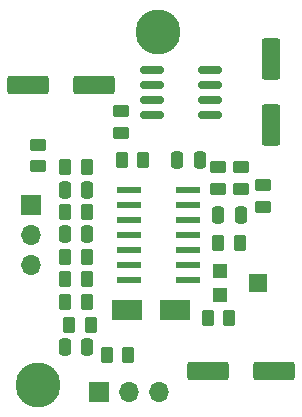
<source format=gbr>
%TF.GenerationSoftware,KiCad,Pcbnew,(6.0.7-1)-1*%
%TF.CreationDate,2023-04-05T16:12:30-04:00*%
%TF.ProjectId,Seth'sEMG,53657468-2773-4454-9d47-2e6b69636164,rev?*%
%TF.SameCoordinates,Original*%
%TF.FileFunction,Soldermask,Top*%
%TF.FilePolarity,Negative*%
%FSLAX46Y46*%
G04 Gerber Fmt 4.6, Leading zero omitted, Abs format (unit mm)*
G04 Created by KiCad (PCBNEW (6.0.7-1)-1) date 2023-04-05 16:12:30*
%MOMM*%
%LPD*%
G01*
G04 APERTURE LIST*
G04 Aperture macros list*
%AMRoundRect*
0 Rectangle with rounded corners*
0 $1 Rounding radius*
0 $2 $3 $4 $5 $6 $7 $8 $9 X,Y pos of 4 corners*
0 Add a 4 corners polygon primitive as box body*
4,1,4,$2,$3,$4,$5,$6,$7,$8,$9,$2,$3,0*
0 Add four circle primitives for the rounded corners*
1,1,$1+$1,$2,$3*
1,1,$1+$1,$4,$5*
1,1,$1+$1,$6,$7*
1,1,$1+$1,$8,$9*
0 Add four rect primitives between the rounded corners*
20,1,$1+$1,$2,$3,$4,$5,0*
20,1,$1+$1,$4,$5,$6,$7,0*
20,1,$1+$1,$6,$7,$8,$9,0*
20,1,$1+$1,$8,$9,$2,$3,0*%
G04 Aperture macros list end*
%ADD10RoundRect,0.250000X0.450000X-0.262500X0.450000X0.262500X-0.450000X0.262500X-0.450000X-0.262500X0*%
%ADD11R,1.700000X1.700000*%
%ADD12O,1.700000X1.700000*%
%ADD13C,3.800000*%
%ADD14RoundRect,0.250000X0.262500X0.450000X-0.262500X0.450000X-0.262500X-0.450000X0.262500X-0.450000X0*%
%ADD15RoundRect,0.250000X-0.450000X0.262500X-0.450000X-0.262500X0.450000X-0.262500X0.450000X0.262500X0*%
%ADD16RoundRect,0.250000X0.550000X-1.500000X0.550000X1.500000X-0.550000X1.500000X-0.550000X-1.500000X0*%
%ADD17RoundRect,0.041300X-0.933700X-0.253700X0.933700X-0.253700X0.933700X0.253700X-0.933700X0.253700X0*%
%ADD18R,1.200000X1.200000*%
%ADD19R,1.500000X1.600000*%
%ADD20R,2.500000X1.800000*%
%ADD21RoundRect,0.150000X0.825000X0.150000X-0.825000X0.150000X-0.825000X-0.150000X0.825000X-0.150000X0*%
%ADD22RoundRect,0.250000X-1.500000X-0.550000X1.500000X-0.550000X1.500000X0.550000X-1.500000X0.550000X0*%
%ADD23RoundRect,0.250000X-0.262500X-0.450000X0.262500X-0.450000X0.262500X0.450000X-0.262500X0.450000X0*%
%ADD24RoundRect,0.250000X0.250000X0.475000X-0.250000X0.475000X-0.250000X-0.475000X0.250000X-0.475000X0*%
%ADD25RoundRect,0.250000X-0.250000X-0.475000X0.250000X-0.475000X0.250000X0.475000X-0.250000X0.475000X0*%
G04 APERTURE END LIST*
D10*
%TO.C,R11*%
X163195000Y-106592500D03*
X163195000Y-104767500D03*
%TD*%
D11*
%TO.C,J3*%
X151145000Y-123825000D03*
D12*
X153685000Y-123825000D03*
X156225000Y-123825000D03*
%TD*%
D13*
%TO.C,J5*%
X156210000Y-93345000D03*
%TD*%
D14*
%TO.C,R15*%
X153670000Y-120650000D03*
X151845000Y-120650000D03*
%TD*%
D15*
%TO.C,R9*%
X146050000Y-102870000D03*
X146050000Y-104695000D03*
%TD*%
D16*
%TO.C,C6*%
X165735000Y-101225000D03*
X165735000Y-95625000D03*
%TD*%
D11*
%TO.C,J1*%
X145415000Y-107965000D03*
D12*
X145415000Y-110505000D03*
X145415000Y-113045000D03*
%TD*%
D17*
%TO.C,U1*%
X153730000Y-106680000D03*
X153730000Y-107950000D03*
X153730000Y-109220000D03*
X153730000Y-110490000D03*
X153730000Y-111760000D03*
X153730000Y-113030000D03*
X153730000Y-114300000D03*
X158690000Y-114300000D03*
X158690000Y-113030000D03*
X158690000Y-111760000D03*
X158690000Y-110490000D03*
X158690000Y-109220000D03*
X158690000Y-107950000D03*
X158690000Y-106680000D03*
%TD*%
D15*
%TO.C,R10*%
X165100000Y-106315000D03*
X165100000Y-108140000D03*
%TD*%
D18*
%TO.C,RV1*%
X161395000Y-113570000D03*
D19*
X164645000Y-114570000D03*
D18*
X161395000Y-115570000D03*
%TD*%
D20*
%TO.C,D1*%
X153575000Y-116840000D03*
X157575000Y-116840000D03*
%TD*%
D21*
%TO.C,U2*%
X160590000Y-100330000D03*
X160590000Y-99060000D03*
X160590000Y-97790000D03*
X160590000Y-96520000D03*
X155640000Y-96520000D03*
X155640000Y-97790000D03*
X155640000Y-99060000D03*
X155640000Y-100330000D03*
%TD*%
D10*
%TO.C,R12*%
X161290000Y-106592500D03*
X161290000Y-104767500D03*
%TD*%
D13*
%TO.C,J6*%
X146050000Y-123190000D03*
%TD*%
D22*
%TO.C,C8*%
X145155000Y-97790000D03*
X150755000Y-97790000D03*
%TD*%
%TO.C,C9*%
X160395000Y-122000000D03*
X165995000Y-122000000D03*
%TD*%
D14*
%TO.C,R5*%
X150137500Y-108575000D03*
X148312500Y-108575000D03*
%TD*%
D23*
%TO.C,R6*%
X148312500Y-104775000D03*
X150137500Y-104775000D03*
%TD*%
D24*
%TO.C,C1*%
X150175000Y-120005000D03*
X148275000Y-120005000D03*
%TD*%
%TO.C,C4*%
X159700000Y-104140000D03*
X157800000Y-104140000D03*
%TD*%
D10*
%TO.C,R7*%
X153035000Y-101877500D03*
X153035000Y-100052500D03*
%TD*%
D23*
%TO.C,R4*%
X148670000Y-118110000D03*
X150495000Y-118110000D03*
%TD*%
%TO.C,R14*%
X160377500Y-117555000D03*
X162202500Y-117555000D03*
%TD*%
%TO.C,R13*%
X161290000Y-111205000D03*
X163115000Y-111205000D03*
%TD*%
D14*
%TO.C,R8*%
X154940000Y-104140000D03*
X153115000Y-104140000D03*
%TD*%
D24*
%TO.C,C3*%
X163190000Y-108855000D03*
X161290000Y-108855000D03*
%TD*%
D23*
%TO.C,R1*%
X148312500Y-116195000D03*
X150137500Y-116195000D03*
%TD*%
D25*
%TO.C,C2*%
X148275000Y-106680000D03*
X150175000Y-106680000D03*
%TD*%
D24*
%TO.C,C5*%
X150175000Y-110480000D03*
X148275000Y-110480000D03*
%TD*%
D23*
%TO.C,R2*%
X148312500Y-114290000D03*
X150137500Y-114290000D03*
%TD*%
D14*
%TO.C,R3*%
X150137500Y-112385000D03*
X148312500Y-112385000D03*
%TD*%
M02*

</source>
